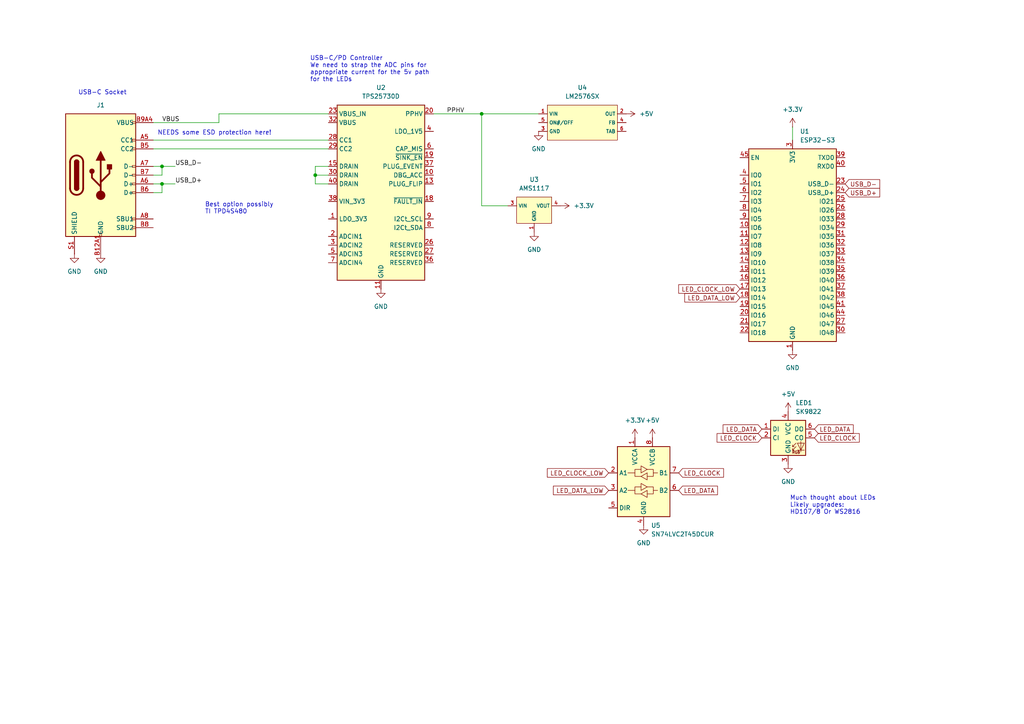
<source format=kicad_sch>
(kicad_sch (version 20250114) (generator "eeschema") (generator_version "9.0")
  (paper "A4")
  (lib_symbols
    (symbol "Interface_USB:TPS25730D"
      (property "Reference" "U" (at -12.192 26.924 0))
      (property "Value" "TPS25730D" (at 7.874 -26.924 0))
      (symbol "TPS25730D_1_1"
        (rectangle (start -12.7 25.4) (end 12.7 -25.4) (stroke (width 0.254)) (fill (type background)))
        (pin power_in line (at -15.24 22.86 0) (length 2.54) (name "VBUS_IN") (number "23"))
        (pin power_in line (at -15.24 20.32 0) (length 2.54) (name "VBUS") (number "32"))
        (pin bidirectional line (at -15.24 15.24 0) (length 2.54) (name "CC1") (number "28"))
        (pin bidirectional line (at -15.24 12.7 0) (length 2.54) (name "CC2") (number "29"))
        (pin passive line (at -15.24 7.62 0) (length 2.54) (name "DRAIN") (number "15"))
        (pin passive line (at -15.24 5.08 0) (length 2.54) (name "DRAIN") (number "30"))
        (pin passive line (at -15.24 2.54 0) (length 2.54) (name "DRAIN") (number "40"))
        (pin power_in line (at -15.24 -2.54 0) (length 2.54) (name "VIN_3V3") (number "38"))
        (pin power_out line (at -15.24 -7.62 0) (length 2.54) (name "LDO_3V3") (number "1"))
        (pin input line (at -15.24 -12.7 0) (length 2.54) (name "ADCIN1") (number "2"))
        (pin input line (at -15.24 -15.24 0) (length 2.54) (name "ADCIN2") (number "3"))
        (pin input line (at -15.24 -17.78 0) (length 2.54) (name "ADCIN3") (number "5"))
        (pin input line (at -15.24 -20.32 0) (length 2.54) (name "ADCIN4") (number "7"))
        (pin power_in line (at 0 -27.94 90) (length 2.54) (name "GND") (number "11"))
        (pin passive line (at 0 -27.94 90) (length 2.54) (hide yes) (name "GND") (number "12"))
        (pin passive line (at 0 -27.94 90) (length 2.54) (hide yes) (name "GND") (number "14"))
        (pin passive line (at 0 -27.94 90) (length 2.54) (hide yes) (name "GND") (number "16"))
        (pin passive line (at 0 -27.94 90) (length 2.54) (hide yes) (name "GND") (number "17"))
        (pin passive line (at 0 -27.94 90) (length 2.54) (hide yes) (name "GND") (number "31"))
        (pin passive line (at 0 -27.94 90) (length 2.54) (hide yes) (name "GND") (number "34"))
        (pin passive line (at 0 -27.94 90) (length 2.54) (hide yes) (name "GND") (number "39"))
        (pin bidirectional line (at 15.24 22.86 180) (length 2.54) (name "PPHV") (number "20"))
        (pin output line (at 15.24 17.78 180) (length 2.54) (name "LDO_1V5") (number "4"))
        (pin open_collector line (at 15.24 12.7 180) (length 2.54) (name "CAP_MIS") (number "6"))
        (pin open_collector line (at 15.24 10.16 180) (length 2.54) (name "~{SINK_EN}") (number "19"))
        (pin open_collector line (at 15.24 7.62 180) (length 2.54) (name "PLUG_EVENT") (number "37"))
        (pin open_collector line (at 15.24 5.08 180) (length 2.54) (name "DBG_ACC") (number "10"))
        (pin open_collector line (at 15.24 2.54 180) (length 2.54) (name "PLUG_FLIP") (number "13"))
        (pin input line (at 15.24 -2.54 180) (length 2.54) (name "~{FAULT_IN}") (number "18"))
        (pin input line (at 15.24 -7.62 180) (length 2.54) (name "I2Ct_SCL") (number "9"))
        (pin bidirectional line (at 15.24 -10.16 180) (length 2.54) (name "I2Ct_SDA") (number "8"))
        (pin input line (at 15.24 -15.24 180) (length 2.54) (name "RESERVED") (number "26"))
        (pin input line (at 15.24 -17.78 180) (length 2.54) (name "RESERVED") (number "27"))
        (pin input line (at 15.24 -20.32 180) (length 2.54) (name "RESERVED") (number "36"))
      )
    )
    (symbol "LED:APA102"
      (property "Reference" "D" (at 5.08 5.715 0))
      (property "Value" "APA102" (at 1.27 -5.715 0))
      (symbol "APA102_0_0"
        (text "RGB" (at 2.286 -4.191 0) (effects (font (size 0.762 0.762))))
      )
      (symbol "APA102_0_1"
        (polyline (pts (xy 1.27 -2.54) (xy 1.778 -2.54)))
        (polyline (pts (xy 1.27 -3.556) (xy 1.778 -3.556)))
        (polyline (pts (xy 2.286 -1.524) (xy 1.27 -2.54) (xy 1.27 -2.032)))
        (polyline (pts (xy 2.286 -2.54) (xy 1.27 -3.556) (xy 1.27 -3.048)))
        (polyline (pts (xy 3.683 -1.016) (xy 3.683 -3.556) (xy 3.683 -4.064)))
        (polyline (pts (xy 4.699 -1.524) (xy 2.667 -1.524) (xy 3.683 -3.556) (xy 4.699 -1.524)))
        (polyline (pts (xy 4.699 -3.556) (xy 2.667 -3.556)))
        (rectangle (start 5.08 5.08) (end -5.08 -5.08) (stroke (width 0.254)) (fill (type background)))
      )
      (symbol "APA102_1_1"
        (pin input line (at -7.62 2.54 0) (length 2.54) (name "DI") (number "1"))
        (pin input line (at -7.62 0 0) (length 2.54) (name "CI") (number "2"))
        (pin power_in line (at 0 7.62 270) (length 2.54) (name "VCC") (number "4"))
        (pin power_in line (at 0 -7.62 90) (length 2.54) (name "GND") (number "3"))
        (pin output line (at 7.62 2.54 180) (length 2.54) (name "DO") (number "6"))
        (pin output line (at 7.62 0 180) (length 2.54) (name "CO") (number "5"))
      )
    )
    (symbol "Logic_LevelTranslator:SN74LVC2T45DCUR"
      (property "Reference" "U" (at -6.35 11.43 0))
      (property "Value" "SN74LVC2T45DCUR" (at 3.81 11.43 0))
      (symbol "SN74LVC2T45DCUR_0_1"
        (rectangle (start -7.62 10.16) (end 7.62 -10.16) (stroke (width 0.254)) (fill (type background)))
        (polyline (pts (xy -2.54 2.54) (xy -2.54 3.556) (xy -0.762 3.556)))
        (polyline (pts (xy -0.762 2.54) (xy -0.762 4.572) (xy 1.016 3.556) (xy -0.762 2.54)))
        (polyline (pts (xy -0.762 1.524) (xy -2.54 1.524) (xy -2.54 2.54) (xy -4.572 2.54)))
        (polyline (pts (xy 1.016 3.556) (xy 2.794 3.556) (xy 2.794 2.54) (xy 4.064 2.54)))
        (polyline (pts (xy 1.016 2.54) (xy 1.016 0.762) (xy 1.016 0.508) (xy -0.762 1.524) (xy 1.016 2.54)))
        (polyline (pts (xy 2.794 2.54) (xy 2.794 1.524) (xy 1.016 1.524)))
      )
      (symbol "SN74LVC2T45DCUR_1_1"
        (polyline (pts (xy -2.54 -2.54) (xy -2.54 -1.524) (xy -0.762 -1.524)))
        (polyline (pts (xy -0.762 -2.54) (xy -0.762 -0.508) (xy 1.016 -1.524) (xy -0.762 -2.54)))
        (polyline (pts (xy -0.762 -3.556) (xy -2.54 -3.556) (xy -2.54 -2.54) (xy -4.572 -2.54)))
        (polyline (pts (xy 1.016 -1.524) (xy 2.794 -1.524) (xy 2.794 -2.54) (xy 4.064 -2.54)))
        (polyline (pts (xy 1.016 -2.54) (xy 1.016 -4.318) (xy 1.016 -4.572) (xy -0.762 -3.556) (xy 1.016 -2.54)))
        (polyline (pts (xy 2.794 -2.54) (xy 2.794 -3.556) (xy 1.016 -3.556)))
        (pin bidirectional line (at -10.16 2.54 0) (length 2.54) (name "A1") (number "2"))
        (pin bidirectional line (at -10.16 -2.54 0) (length 2.54) (name "A2") (number "3"))
        (pin input line (at -10.16 -7.62 0) (length 2.54) (name "DIR") (number "5"))
        (pin power_in line (at -2.54 12.7 270) (length 2.54) (name "VCCA") (number "1"))
        (pin power_in line (at 0 -12.7 90) (length 2.54) (name "GND") (number "4"))
        (pin power_in line (at 2.54 12.7 270) (length 2.54) (name "VCCB") (number "8"))
        (pin bidirectional line (at 10.16 2.54 180) (length 2.54) (name "B1") (number "7"))
        (pin bidirectional line (at 10.16 -2.54 180) (length 2.54) (name "B2") (number "6"))
      )
    )
    (symbol "PCM_JLCPCB-Extended:Connector, USB-TYPE-C-16P"
      (property "Reference" "J" (at 2.54 2.54 0))
      (symbol "Connector, USB-TYPE-C-16P_0_0"
        (rectangle (start -0.254 -17.78) (end 0.254 -16.764))
        (rectangle (start 10.16 15.494) (end 9.144 14.986))
        (rectangle (start 10.16 10.414) (end 9.144 9.906))
        (rectangle (start 10.16 7.874) (end 9.144 7.366))
        (rectangle (start 10.16 2.794) (end 9.144 2.286))
        (rectangle (start 10.16 0.254) (end 9.144 -0.254))
        (rectangle (start 10.16 -2.286) (end 9.144 -2.794))
        (rectangle (start 10.16 -4.826) (end 9.144 -5.334))
        (rectangle (start 10.16 -12.446) (end 9.144 -12.954))
        (rectangle (start 10.16 -14.986) (end 9.144 -15.494))
      )
      (symbol "Connector, USB-TYPE-C-16P_0_1"
        (rectangle (start -10.16 17.78) (end 10.16 -17.78) (stroke (width 0.254)) (fill (type background)))
        (polyline (pts (xy -8.89 -3.81) (xy -8.89 3.81)) (stroke (width 0.508)))
        (rectangle (start -7.62 -3.81) (end -6.35 3.81) (stroke (width 0.254)) (fill (type outline)))
        (arc (start -7.62 3.81) (mid -6.985 4.4423) (end -6.35 3.81) (stroke (width 0.254)))
        (arc (start -7.62 3.81) (mid -6.985 4.4423) (end -6.35 3.81) (stroke (width 0.254)) (fill (type outline)))
        (arc (start -8.89 3.81) (mid -6.985 5.7067) (end -5.08 3.81) (stroke (width 0.508)))
        (arc (start -5.08 -3.81) (mid -6.985 -5.7067) (end -8.89 -3.81) (stroke (width 0.508)))
        (arc (start -6.35 -3.81) (mid -6.985 -4.4423) (end -7.62 -3.81) (stroke (width 0.254)))
        (arc (start -6.35 -3.81) (mid -6.985 -4.4423) (end -7.62 -3.81) (stroke (width 0.254)) (fill (type outline)))
        (polyline (pts (xy -5.08 3.81) (xy -5.08 -3.81)) (stroke (width 0.508)))
        (circle (center -2.54 1.143) (radius 0.635) (stroke (width 0.254)) (fill (type outline)))
        (polyline (pts (xy -1.27 4.318) (xy 0 6.858) (xy 1.27 4.318) (xy -1.27 4.318)) (stroke (width 0.254)) (fill (type outline)))
        (polyline (pts (xy 0 -2.032) (xy 2.54 0.508) (xy 2.54 1.778)) (stroke (width 0.508)))
        (polyline (pts (xy 0 -3.302) (xy -2.54 -0.762) (xy -2.54 0.508)) (stroke (width 0.508)))
        (polyline (pts (xy 0 -5.842) (xy 0 4.318)) (stroke (width 0.508)))
        (circle (center 0 -5.842) (radius 1.27) (fill (type outline)))
        (rectangle (start 1.905 1.778) (end 3.175 3.048) (stroke (width 0.254)) (fill (type outline)))
      )
      (symbol "Connector, USB-TYPE-C-16P_1_1"
        (pin passive line (at -7.62 -22.86 90) (length 5.08) (name "SHIELD") (number "S1"))
        (pin passive line (at 0 -22.86 90) (length 5.08) (hide yes) (name "GND") (number "A12B1"))
        (pin passive line (at 0 -22.86 90) (length 5.08) (name "GND") (number "B12A1"))
        (pin passive line (at 15.24 15.24 180) (length 5.08) (hide yes) (name "VBUS") (number "A9B4"))
        (pin passive line (at 15.24 15.24 180) (length 5.08) (name "VBUS") (number "B9A4"))
        (pin bidirectional line (at 15.24 10.16 180) (length 5.08) (name "CC1") (number "A5"))
        (pin bidirectional line (at 15.24 7.62 180) (length 5.08) (name "CC2") (number "B5"))
        (pin bidirectional line (at 15.24 2.54 180) (length 5.08) (name "D-") (number "A7"))
        (pin bidirectional line (at 15.24 0 180) (length 5.08) (name "D-") (number "B7"))
        (pin bidirectional line (at 15.24 -2.54 180) (length 5.08) (name "D+") (number "A6"))
        (pin bidirectional line (at 15.24 -5.08 180) (length 5.08) (name "D+") (number "B6"))
        (pin bidirectional line (at 15.24 -12.7 180) (length 5.08) (name "SBU1") (number "A8"))
        (pin bidirectional line (at 15.24 -15.24 180) (length 5.08) (name "SBU2") (number "B8"))
      )
    )
    (symbol "PCM_JLCPCB-Power:DC-DC, Buck, 4-40VIN, 3A, 5VOUT, (1)"
      (property "Reference" "U" (at 0 1.27 0))
      (property "Value" "LM2576SX" (at 0 3.81 0))
      (symbol "DC-DC, Buck, 4-40VIN, 3A, 5VOUT, (1)_0_1"
        (rectangle (start -10.16 5.08) (end 10.16 -5.08) (fill (type background)))
      )
      (symbol "DC-DC, Buck, 4-40VIN, 3A, 5VOUT, (1)_1_1"
        (pin power_in line (at -12.7 2.54 0) (length 2.56) (name "VIN") (number "1"))
        (pin unspecified line (at -12.7 0 0) (length 2.56) (name "ON#/OFF") (number "5"))
        (pin power_in line (at -12.7 -2.54 0) (length 2.56) (name "GND") (number "3"))
        (pin power_in line (at 12.7 2.54 180) (length 2.56) (name "OUT") (number "2"))
        (pin unspecified line (at 12.7 0 180) (length 2.56) (name "FB") (number "4"))
        (pin power_in line (at 12.7 -2.54 180) (length 2.56) (name "TAB") (number "6"))
      )
    )
    (symbol "PCM_JLCPCB-Power:LDO, 3.3V, 1A"
      (property "Reference" "U" (at 0 8.89 0))
      (property "Value" "AMS1117" (at 0 6.35 0))
      (symbol "LDO, 3.3V, 1A_0_1"
        (rectangle (start -5.08 5.08) (end 5.08 -2.54) (fill (type background)))
        (pin unspecified line (at 0 -5.08 90) (length 2.54) (name "GND") (number "1"))
        (pin unspecified line (at 7.62 2.54 180) (length 2.54) (name "VOUT") (number "4"))
      )
      (symbol "LDO, 3.3V, 1A_1_1"
        (pin unspecified line (at -7.62 2.54 0) (length 2.54) (name "VIN") (number "3"))
        (pin unspecified line (at 7.62 2.54 180) (length 2.54) (hide yes) (name "VOUT") (number "2"))
      )
    )
    (symbol "RF_Module:ESP32-S3-MINI-1"
      (property "Reference" "U" (at -11.43 29.21 0))
      (property "Value" "ESP32-S3-MINI-1" (at 12.7 29.21 0))
      (symbol "ESP32-S3-MINI-1_0_1"
        (rectangle (start -12.7 27.94) (end 12.7 -27.94) (stroke (width 0.254)) (fill (type background)))
      )
      (symbol "ESP32-S3-MINI-1_1_1"
        (pin input line (at -15.24 25.4 0) (length 2.54) (name "EN") (number "45"))
        (pin bidirectional line (at -15.24 20.32 0) (length 2.54) (name "IO0") (number "4"))
        (pin bidirectional line (at -15.24 17.78 0) (length 2.54) (name "IO1") (number "5"))
        (pin bidirectional line (at -15.24 15.24 0) (length 2.54) (name "IO2") (number "6"))
        (pin bidirectional line (at -15.24 12.7 0) (length 2.54) (name "IO3") (number "7"))
        (pin bidirectional line (at -15.24 10.16 0) (length 2.54) (name "IO4") (number "8"))
        (pin bidirectional line (at -15.24 7.62 0) (length 2.54) (name "IO5") (number "9"))
        (pin bidirectional line (at -15.24 5.08 0) (length 2.54) (name "IO6") (number "10"))
        (pin bidirectional line (at -15.24 2.54 0) (length 2.54) (name "IO7") (number "11"))
        (pin bidirectional line (at -15.24 0 0) (length 2.54) (name "IO8") (number "12"))
        (pin bidirectional line (at -15.24 -2.54 0) (length 2.54) (name "IO9") (number "13"))
        (pin bidirectional line (at -15.24 -5.08 0) (length 2.54) (name "IO10") (number "14"))
        (pin bidirectional line (at -15.24 -7.62 0) (length 2.54) (name "IO11") (number "15"))
        (pin bidirectional line (at -15.24 -10.16 0) (length 2.54) (name "IO12") (number "16"))
        (pin bidirectional line (at -15.24 -12.7 0) (length 2.54) (name "IO13") (number "17"))
        (pin bidirectional line (at -15.24 -15.24 0) (length 2.54) (name "IO14") (number "18"))
        (pin bidirectional line (at -15.24 -17.78 0) (length 2.54) (name "IO15") (number "19"))
        (pin bidirectional line (at -15.24 -20.32 0) (length 2.54) (name "IO16") (number "20"))
        (pin bidirectional line (at -15.24 -22.86 0) (length 2.54) (name "IO17") (number "21"))
        (pin bidirectional line (at -15.24 -25.4 0) (length 2.54) (name "IO18") (number "22"))
        (pin power_in line (at 0 30.48 270) (length 2.54) (name "3V3") (number "3"))
        (pin power_in line (at 0 -30.48 90) (length 2.54) (name "GND") (number "1"))
        (pin passive line (at 0 -30.48 90) (length 2.54) (hide yes) (name "GND") (number "2"))
        (pin passive line (at 0 -30.48 90) (length 2.54) (hide yes) (name "GND") (number "42"))
        (pin passive line (at 0 -30.48 90) (length 2.54) (hide yes) (name "GND") (number "43"))
        (pin passive line (at 0 -30.48 90) (length 2.54) (hide yes) (name "GND") (number "46"))
        (pin passive line (at 0 -30.48 90) (length 2.54) (hide yes) (name "GND") (number "47"))
        (pin passive line (at 0 -30.48 90) (length 2.54) (hide yes) (name "GND") (number "48"))
        (pin passive line (at 0 -30.48 90) (length 2.54) (hide yes) (name "GND") (number "49"))
        (pin passive line (at 0 -30.48 90) (length 2.54) (hide yes) (name "GND") (number "50"))
        (pin passive line (at 0 -30.48 90) (length 2.54) (hide yes) (name "GND") (number "51"))
        (pin passive line (at 0 -30.48 90) (length 2.54) (hide yes) (name "GND") (number "52"))
        (pin passive line (at 0 -30.48 90) (length 2.54) (hide yes) (name "GND") (number "53"))
        (pin passive line (at 0 -30.48 90) (length 2.54) (hide yes) (name "GND") (number "54"))
        (pin passive line (at 0 -30.48 90) (length 2.54) (hide yes) (name "GND") (number "55"))
        (pin passive line (at 0 -30.48 90) (length 2.54) (hide yes) (name "GND") (number "56"))
        (pin passive line (at 0 -30.48 90) (length 2.54) (hide yes) (name "GND") (number "57"))
        (pin passive line (at 0 -30.48 90) (length 2.54) (hide yes) (name "GND") (number "58"))
        (pin passive line (at 0 -30.48 90) (length 2.54) (hide yes) (name "GND") (number "59"))
        (pin passive line (at 0 -30.48 90) (length 2.54) (hide yes) (name "GND") (number "60"))
        (pin passive line (at 0 -30.48 90) (length 2.54) (hide yes) (name "GND") (number "61"))
        (pin passive line (at 0 -30.48 90) (length 2.54) (hide yes) (name "GND") (number "62"))
        (pin passive line (at 0 -30.48 90) (length 2.54) (hide yes) (name "GND") (number "63"))
        (pin passive line (at 0 -30.48 90) (length 2.54) (hide yes) (name "GND") (number "64"))
        (pin passive line (at 0 -30.48 90) (length 2.54) (hide yes) (name "GND") (number "65"))
        (pin bidirectional line (at 15.24 25.4 180) (length 2.54) (name "TXD0") (number "39"))
        (pin bidirectional line (at 15.24 22.86 180) (length 2.54) (name "RXD0") (number "40"))
        (pin bidirectional line (at 15.24 17.78 180) (length 2.54) (name "USB_D-") (number "23"))
        (pin bidirectional line (at 15.24 15.24 180) (length 2.54) (name "USB_D+") (number "24"))
        (pin bidirectional line (at 15.24 12.7 180) (length 2.54) (name "IO21") (number "25"))
        (pin bidirectional line (at 15.24 10.16 180) (length 2.54) (name "IO26") (number "26"))
        (pin bidirectional line (at 15.24 7.62 180) (length 2.54) (name "IO33") (number "28"))
        (pin bidirectional line (at 15.24 5.08 180) (length 2.54) (name "IO34") (number "29"))
        (pin bidirectional line (at 15.24 2.54 180) (length 2.54) (name "IO35") (number "31"))
        (pin bidirectional line (at 15.24 0 180) (length 2.54) (name "IO36") (number "32"))
        (pin bidirectional line (at 15.24 -2.54 180) (length 2.54) (name "IO37") (number "33"))
        (pin bidirectional line (at 15.24 -5.08 180) (length 2.54) (name "IO38") (number "34"))
        (pin bidirectional line (at 15.24 -7.62 180) (length 2.54) (name "IO39") (number "35"))
        (pin bidirectional line (at 15.24 -10.16 180) (length 2.54) (name "IO40") (number "36"))
        (pin bidirectional line (at 15.24 -12.7 180) (length 2.54) (name "IO41") (number "37"))
        (pin bidirectional line (at 15.24 -15.24 180) (length 2.54) (name "IO42") (number "38"))
        (pin bidirectional line (at 15.24 -17.78 180) (length 2.54) (name "IO45") (number "41"))
        (pin bidirectional line (at 15.24 -20.32 180) (length 2.54) (name "IO46") (number "44"))
        (pin bidirectional line (at 15.24 -22.86 180) (length 2.54) (name "IO47") (number "27"))
        (pin bidirectional line (at 15.24 -25.4 180) (length 2.54) (name "IO48") (number "30"))
      )
    )
    (symbol "power:+3.3V" (power) (pin_numbers (hide yes)) (pin_names (offset 0) (hide yes))
      (property "Value" "+3.3V" (at 0 3.556 0))
      (symbol "+3.3V_0_1"
        (polyline (pts (xy -0.762 1.27) (xy 0 2.54)))
        (polyline (pts (xy 0 2.54) (xy 0.762 1.27)))
        (polyline (pts (xy 0 0) (xy 0 2.54)))
      )
      (symbol "+3.3V_1_1"
        (pin power_in line (at 0 0 90) (length 0) (name "~") (number "1"))
      )
    )
    (symbol "power:+5V" (power) (pin_numbers (hide yes)) (pin_names (offset 0) (hide yes))
      (property "Value" "+5V" (at 0 3.556 0))
      (symbol "+5V_0_1"
        (polyline (pts (xy -0.762 1.27) (xy 0 2.54)))
        (polyline (pts (xy 0 2.54) (xy 0.762 1.27)))
        (polyline (pts (xy 0 0) (xy 0 2.54)))
      )
      (symbol "+5V_1_1"
        (pin power_in line (at 0 0 90) (length 0) (name "~") (number "1"))
      )
    )
    (symbol "power:GND" (power) (pin_numbers (hide yes)) (pin_names (offset 0) (hide yes))
      (property "Value" "GND" (at 0 -3.81 0))
      (symbol "GND_0_1"
        (polyline (pts (xy 0 0) (xy 0 -1.27) (xy 1.27 -1.27) (xy 0 -2.54) (xy -1.27 -1.27) (xy 0 -1.27)))
      )
      (symbol "GND_1_1"
        (pin power_in line (at 0 0 270) (length 0) (name "~") (number "1"))
      )
    )
  )
  (text "Best option possibly\nTI TPD4S480" (at 59.436 60.452 0) (effects (font (size 1.27 1.27)) (justify left)))
  (text "USB-C/PD Controller\nWe need to strap the ADC pins for\nappropriate current for the 5v path\nfor the LEDs" (at 89.916 20.066 0) (effects (font (size 1.27 1.27)) (justify left)))
  (text "Much thought about LEDs\nLikely upgrades:\nHD107/8 Or WS2816" (exclude_from_sim yes) (at 229.108 146.558 0) (effects (font (size 1.27 1.27)) (justify left)))
  (text "USB-C Socket" (at 29.718 26.924 0) (effects (font (size 1.27 1.27))))
  (text "NEEDS some ESD protection here!" (at 62.23 38.608 0) (effects (font (size 1.27 1.27))))
  (junction (at 139.7 33.02))
  (junction (at 91.44 50.8))
  (junction (at 46.99 53.34))
  (junction (at 46.99 48.26))
  (wire (pts (xy 91.44 53.34) (xy 95.25 53.34)))
  (wire (pts (xy 46.99 55.88) (xy 46.99 53.34)))
  (wire (pts (xy 44.45 43.18) (xy 95.25 43.18)))
  (wire (pts (xy 44.45 50.8) (xy 46.99 50.8)))
  (wire (pts (xy 91.44 50.8) (xy 95.25 50.8)))
  (wire (pts (xy 125.73 33.02) (xy 139.7 33.02)))
  (wire (pts (xy 229.87 36.83) (xy 229.87 40.64)))
  (wire (pts (xy 63.5 35.56) (xy 63.5 33.02)))
  (wire (pts (xy 46.99 50.8) (xy 46.99 48.26)))
  (wire (pts (xy 44.45 55.88) (xy 46.99 55.88)))
  (wire (pts (xy 139.7 59.69) (xy 147.32 59.69)))
  (wire (pts (xy 44.45 53.34) (xy 46.99 53.34)))
  (wire (pts (xy 91.44 48.26) (xy 91.44 50.8)))
  (wire (pts (xy 46.99 53.34) (xy 50.8 53.34)))
  (wire (pts (xy 139.7 33.02) (xy 156.21 33.02)))
  (wire (pts (xy 95.25 48.26) (xy 91.44 48.26)))
  (wire (pts (xy 44.45 35.56) (xy 63.5 35.56)))
  (wire (pts (xy 46.99 48.26) (xy 50.8 48.26)))
  (wire (pts (xy 44.45 40.64) (xy 95.25 40.64)))
  (wire (pts (xy 44.45 48.26) (xy 46.99 48.26)))
  (wire (pts (xy 91.44 50.8) (xy 91.44 53.34)))
  (wire (pts (xy 139.7 33.02) (xy 139.7 59.69)))
  (wire (pts (xy 63.5 33.02) (xy 95.25 33.02)))
  (label "USB_D+" (at 50.8 53.34 0))
  (label "PPHV" (at 129.54 33.02 0))
  (label "VBUS" (at 46.99 35.56 0))
  (label "USB_D-" (at 50.8 48.26 0))
  (global_label "LED_CLOCK_LOW" (shape input) (at 214.63 83.82 180) (property "Intersheetrefs" "${INTERSHEET_REFS}" (effects (hide yes))))
  (global_label "LED_CLOCK" (shape input) (at 196.85 137.16 0) (property "Intersheetrefs" "${INTERSHEET_REFS}" (effects (hide yes))))
  (global_label "LED_DATA_LOW" (shape input) (at 214.63 86.36 180) (property "Intersheetrefs" "${INTERSHEET_REFS}" (effects (hide yes))))
  (global_label "LED_CLOCK_LOW" (shape input) (at 176.53 137.16 180) (property "Intersheetrefs" "${INTERSHEET_REFS}" (effects (hide yes))))
  (global_label "LED_DATA_LOW" (shape input) (at 176.53 142.24 180) (property "Intersheetrefs" "${INTERSHEET_REFS}" (effects (hide yes))))
  (global_label "LED_CLOCK" (shape input) (at 236.22 127 0) (property "Intersheetrefs" "${INTERSHEET_REFS}" (effects (hide yes))))
  (global_label "LED_DATA" (shape input) (at 220.98 124.46 180) (property "Intersheetrefs" "${INTERSHEET_REFS}" (effects (hide yes))))
  (global_label "USB_D-" (shape input) (at 245.11 53.34 0) (property "Intersheetrefs" "${INTERSHEET_REFS}" (effects (hide yes))))
  (global_label "LED_CLOCK" (shape input) (at 220.98 127 180) (property "Intersheetrefs" "${INTERSHEET_REFS}" (effects (hide yes))))
  (global_label "LED_DATA" (shape input) (at 196.85 142.24 0) (property "Intersheetrefs" "${INTERSHEET_REFS}" (effects (hide yes))))
  (global_label "LED_DATA" (shape input) (at 236.22 124.46 0) (property "Intersheetrefs" "${INTERSHEET_REFS}" (effects (hide yes))))
  (global_label "USB_D+" (shape input) (at 245.11 55.88 0) (property "Intersheetrefs" "${INTERSHEET_REFS}" (effects (hide yes))))
  (symbol (lib_id "power:+5V") (at 228.6 119.38 0) (unit 1)
    (property "Reference" "#PWR014" (effects (hide yes)))
    (property "Value" "+5V" (at 228.6 114.3 0))
    (property "Description" "Power symbol creates a global label with name \"+5V\"" (effects (hide yes)))
  )
  (symbol (lib_id "power:+5V") (at 189.23 127 0) (unit 1)
    (property "Reference" "#PWR011" (effects (hide yes)))
    (property "Value" "+5V" (at 189.23 121.92 0))
    (property "Description" "Power symbol creates a global label with name \"+5V\"" (effects (hide yes)))
  )
  (symbol (lib_id "power:GND") (at 21.59 73.66 0) (unit 1)
    (property "Reference" "#PWR08" (effects (hide yes)))
    (property "Value" "GND" (at 21.59 78.74 0))
    (property "Description" "Power symbol creates a global label with name \"GND\" , ground" (effects (hide yes)))
  )
  (symbol (lib_id "power:GND") (at 229.87 101.6 0) (unit 1)
    (property "Reference" "#PWR03" (effects (hide yes)))
    (property "Value" "GND" (at 229.87 106.68 0))
    (property "Description" "Power symbol creates a global label with name \"GND\" , ground" (effects (hide yes)))
  )
  (symbol (lib_id "power:GND") (at 186.69 152.4 0) (unit 1)
    (property "Reference" "#PWR012" (effects (hide yes)))
    (property "Value" "GND" (at 186.69 157.48 0))
    (property "Description" "Power symbol creates a global label with name \"GND\" , ground" (effects (hide yes)))
  )
  (symbol (lib_id "power:GND") (at 156.21 38.1 0) (unit 1)
    (property "Reference" "#PWR06" (effects (hide yes)))
    (property "Value" "GND" (at 156.21 43.18 0))
    (property "Description" "Power symbol creates a global label with name \"GND\" , ground" (effects (hide yes)))
  )
  (symbol (lib_id "LED:APA102") (at 228.6 127 0) (unit 1)
    (property "Reference" "LED1" (at 230.7433 116.84 0) (effects (justify left)))
    (property "Value" "SK9822" (at 230.7433 119.38 0) (effects (justify left)))
    (property "Footprint" "LED_SMD:LED_RGB_5050-6" (effects (hide yes)))
    (property "Description" "RGB LED with integrated controller" (effects (hide yes)))
  )
  (symbol (lib_id "power:+5V") (at 181.61 33.02 270) (unit 1)
    (property "Reference" "#PWR07" (effects (hide yes)))
    (property "Value" "+5V" (at 185.42 33.0199 90) (effects (justify left)))
    (property "Description" "Power symbol creates a global label with name \"+5V\"" (effects (hide yes)))
  )
  (symbol (lib_id "RF_Module:ESP32-S3-MINI-1") (at 229.87 71.12 0) (unit 1)
    (property "Reference" "U1" (at 232.0133 38.1 0) (effects (justify left)))
    (property "Value" "ESP32-S3" (at 232.0133 40.64 0) (effects (justify left)))
    (property "Footprint" "RF_Module:ESP32-S2-MINI-1" (effects (hide yes)))
    (property "Datasheet" "https://www.espressif.com/sites/default/files/documentation/esp32-s3-mini-1_mini-1u_datasheet_en.pdf" (effects (hide yes)))
    (property "Description" "RF Module, ESP32-S3 SoC, Wi-Fi 802.11b/g/n, Bluetooth, BLE, 32-bit, 3.3V, SMD, onboard antenna" (effects (hide yes)))
    (property "LCSC" "C2913192" (effects (hide yes)))
  )
  (symbol (lib_id "PCM_JLCPCB-Extended:Connector, USB-TYPE-C-16P") (at 29.21 50.8 0) (unit 1)
    (property "Reference" "J1" (at 29.21 30.48 0))
    (property "Value" "Connector, USB-TYPE-C-16P" (effects (hide yes)))
    (property "Footprint" "PCM_JLCPCB:TYPE-C-SMD_HX-TYPE-C-16PIN" (effects (hide yes)))
    (property "Datasheet" "https://atta.szlcsc.com/upload/public/pdf/source/20220920/0EF8F885FCCEA71F60E9E85152155021.pdf" (effects (hide yes)))
    (property "Description" "3A 1 Horizontal attachment 16P Female -25℃~+85℃ Type-C SMD USB Connectors ROHS" (effects (hide yes)))
    (property "LCSC" "C2927039" (effects (hide yes)))
  )
  (symbol (lib_id "power:+3.3V") (at 184.15 127 0) (unit 1)
    (property "Reference" "#PWR010" (effects (hide yes)))
    (property "Value" "+3.3V" (at 184.15 121.92 0))
    (property "Description" "Power symbol creates a global label with name \"+3.3V\"" (effects (hide yes)))
  )
  (symbol (lib_id "power:GND") (at 154.94 67.31 0) (unit 1)
    (property "Reference" "#PWR05" (effects (hide yes)))
    (property "Value" "GND" (at 154.94 72.39 0))
    (property "Description" "Power symbol creates a global label with name \"GND\" , ground" (effects (hide yes)))
  )
  (symbol (lib_id "power:+3.3V") (at 229.87 36.83 0) (unit 1)
    (property "Reference" "#PWR02" (effects (hide yes)))
    (property "Value" "+3.3V" (at 229.87 31.75 0))
    (property "Description" "Power symbol creates a global label with name \"+3.3V\"" (effects (hide yes)))
  )
  (symbol (lib_id "PCM_JLCPCB-Power:LDO, 3.3V, 1A") (at 154.94 62.23 0) (unit 1)
    (property "Reference" "U3" (at 154.94 52.07 0))
    (property "Value" "AMS1117" (at 154.94 54.61 0))
    (property "Footprint" "PCM_JLCPCB:SOT-223-3_L6.5-W3.4-P2.30-LS7.0-BR" (effects (hide yes)))
    (property "Datasheet" "https://www.lcsc.com/datasheet/lcsc_datasheet_2304140030_Advanced-Monolithic-Systems-AMS1117-3-3_C6186.pdf" (effects (hide yes)))
    (property "Description" "72dB@(120Hz) 1A Fixed 3.3V Positive electrode SOT-223 Voltage Regulators - Linear, Low Drop Out (LDO) Regulators ROHS" (effects (hide yes)))
    (property "LCSC" "C6186" (effects (hide yes)))
    (property "Stock" "620036" (effects (hide yes)))
    (property "Price" "0.164USD" (effects (hide yes)))
    (property "Process" "SMT" (effects (hide yes)))
    (property "Minimum Qty" "2" (effects (hide yes)))
    (property "Attrition Qty" "0" (effects (hide yes)))
    (property "Class" "Basic Component" (effects (hide yes)))
    (property "Category" "Power Management ICs,Linear Voltage Regulators (LDO)" (effects (hide yes)))
    (property "Manufacturer" "Advanced Monolithic Systems" (effects (hide yes)))
    (property "Part" "AMS1117-3.3" (effects (hide yes)))
    (property "Number Of Outputs" "1" (effects (hide yes)))
    (property "Output Voltage" "3.3V" (effects (hide yes)))
    (property "Dropout Voltage" "1.3V@(800mA)" (effects (hide yes)))
    (property "Output Current" "1A" (effects (hide yes)))
    (property "Output Type" "Fixed" (effects (hide yes)))
    (property "Output Polarity" "Positive electrode" (effects (hide yes)))
    (property "Power Supply Rejection Ratio (Psrr)" "72dB@(120Hz)" (effects (hide yes)))
    (property "Feature" "Overcurrent Protection(OCP);Thermal Protection(TSD)" (effects (hide yes)))
  )
  (symbol (lib_id "PCM_JLCPCB-Power:DC-DC, Buck, 4-40VIN, 3A, 5VOUT, (1)") (at 168.91 35.56 0) (unit 1)
    (property "Reference" "U4" (at 168.91 25.4 0))
    (property "Value" "LM2576SX" (at 168.91 27.94 0))
    (property "Footprint" "PCM_JLCPCB:PG-TO-263-5_L10.2-W8.7-P1.70-LS14.4-BR" (effects (hide yes)))
    (property "Datasheet" "https://www.lcsc.com/datasheet/lcsc_datasheet_1806140314_Texas-Instruments-LM2576SX-5-0-NOPB_C34465.pdf" (effects (hide yes)))
    (property "Description" "Step-down type Fixed 5V 4V~40V 3A TO-263-5 DC-DC Converters ROHS" (effects (hide yes)))
    (property "LCSC" "C34465" (effects (hide yes)))
    (property "Stock" "6131" (effects (hide yes)))
    (property "Price" "1.020USD" (effects (hide yes)))
    (property "Process" "SMT" (effects (hide yes)))
    (property "Minimum Qty" "1" (effects (hide yes)))
    (property "Attrition Qty" "0" (effects (hide yes)))
    (property "Class" "Preferred Component" (effects (hide yes)))
    (property "Category" "Power Management ICs,DC-DC Converters" (effects (hide yes)))
    (property "Manufacturer" "Texas Instruments" (effects (hide yes)))
    (property "Part" "LM2576SX-5.0/NOPB" (effects (hide yes)))
    (property "Number Of Outputs" "1" (effects (hide yes)))
    (property "Output Current (Max)" "3A" (effects (hide yes)))
    (property "Output Voltage" "5V" (effects (hide yes)))
    (property "Topology" "Step-down" (effects (hide yes)))
    (property "Synchronous Rectification" "No" (effects (hide yes)))
    (property "Switching Frequency" "52kHz" (effects (hide yes)))
    (property "Input Voltage" "40V" (effects (hide yes)))
    (property "Output Type" "Fixed" (effects (hide yes)))
    (property "Operating Temperature" "-40°C~+125°C" (effects (hide yes)))
    (property "Function" "Step-down type" (effects (hide yes)))
    (property "Switch Tube (Built-In/External)" "Built-in" (effects (hide yes)))
    (property "Quiescent Current (Iq)" "50uA" (effects (hide yes)))
    (property "Output Current" "3A" (effects (hide yes)))
  )
  (symbol (lib_id "power:GND") (at 228.6 134.62 0) (unit 1)
    (property "Reference" "#PWR013" (effects (hide yes)))
    (property "Value" "GND" (at 228.6 139.7 0))
    (property "Description" "Power symbol creates a global label with name \"GND\" , ground" (effects (hide yes)))
  )
  (symbol (lib_id "power:GND") (at 110.49 83.82 0) (unit 1)
    (property "Reference" "#PWR04" (effects (hide yes)))
    (property "Value" "GND" (at 110.49 88.9 0))
    (property "Description" "Power symbol creates a global label with name \"GND\" , ground" (effects (hide yes)))
  )
  (symbol (lib_id "power:+3.3V") (at 162.56 59.69 270) (unit 1)
    (property "Reference" "#PWR01" (effects (hide yes)))
    (property "Value" "+3.3V" (at 166.37 59.6899 90) (effects (justify left)))
    (property "Description" "Power symbol creates a global label with name \"+3.3V\"" (effects (hide yes)))
  )
  (symbol (lib_id "power:GND") (at 29.21 73.66 0) (unit 1)
    (property "Reference" "#PWR09" (effects (hide yes)))
    (property "Value" "GND" (at 29.21 78.74 0))
    (property "Description" "Power symbol creates a global label with name \"GND\" , ground" (effects (hide yes)))
  )
  (symbol (lib_id "Interface_USB:TPS25730D") (at 110.49 55.88 0) (unit 1)
    (property "Reference" "U2" (at 110.49 25.4 0))
    (property "Value" "TPS25730D" (at 110.49 27.94 0))
    (property "Footprint" "Package_DFN_QFN:Texas_REF0038A_WQFN-38-2EP_6x4mm_P0.4" (effects (hide yes)))
    (property "Datasheet" "https://www.ti.com/lit/ds/symlink/tps25730.pdf" (effects (hide yes)))
    (property "Description" "USB Type-C and USB PD Controller, Integrated Power Switches, QFN-38" (effects (hide yes)))
  )
  (symbol (lib_id "Logic_LevelTranslator:SN74LVC2T45DCUR") (at 186.69 139.7 0) (unit 1)
    (property "Reference" "U5" (at 188.8333 152.4 0) (effects (justify left)))
    (property "Value" "SN74LVC2T45DCUR" (at 188.8333 154.94 0) (effects (justify left)))
    (property "Footprint" "Package_SO:VSSOP-8_2.3x2mm_P0.5mm" (effects (hide yes)))
    (property "Datasheet" "http://www.ti.com/lit/ds/symlink/sn74lvc2t45.pdf" (effects (hide yes)))
    (property "Description" "Dual-Bit Dual-Supply Bus Transceiver With Configurable Voltage Translation and 3-State Outputs, VSSOP-8" (effects (hide yes)))
  )
)
</source>
